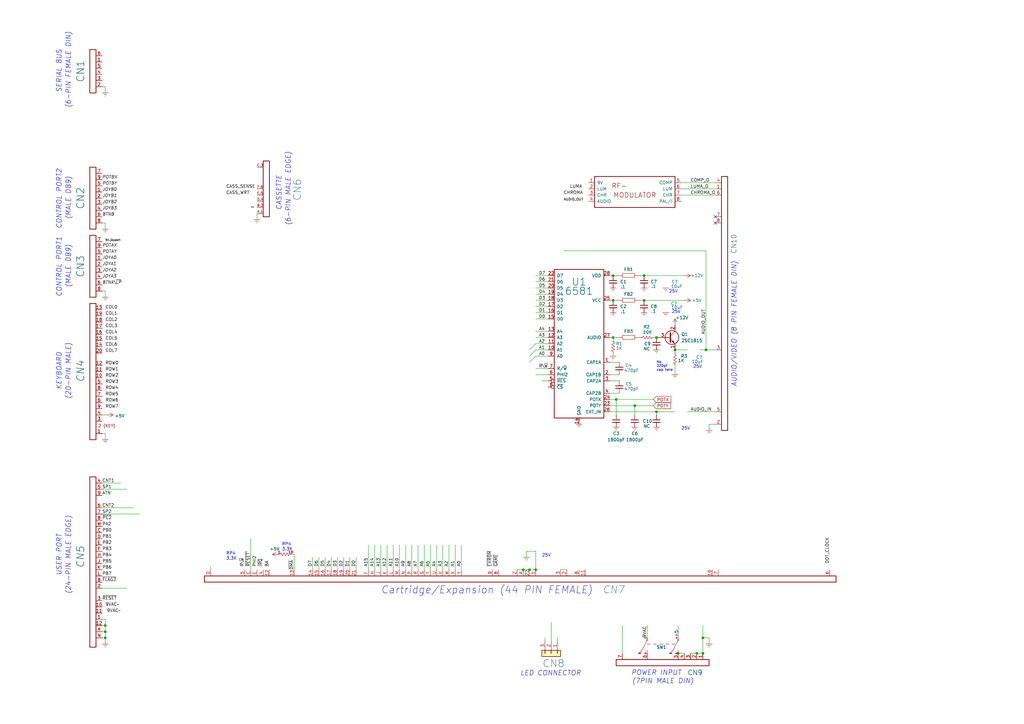
<source format=kicad_sch>
(kicad_sch (version 20211123) (generator eeschema)
  (paper "A3")
  (title_block (title "C64 Motherboard KU-14194HB") (date "2020-01-23") (rev "1.4") (company "Commodore 1982") (comment 1 "layout retraced and schematics drawn by bwack 2019"))
  (lib_symbols
    (symbol "Connector_Generic:Conn_01x03" (pin_names (offset 1.016) hide)
      (property "Reference" "J" (at 0 5.08 0))
      (property "Value" "Conn_01x03" (at 0 -5.08 0))
      (symbol "Conn_01x03_1_1"
        (rectangle (start -1.27 -2.413) (end 0 -2.667) (stroke (width 0.1524)))
        (rectangle (start -1.27 0.127) (end 0 -0.127) (stroke (width 0.1524)))
        (rectangle (start -1.27 2.667) (end 0 2.413) (stroke (width 0.1524)))
        (rectangle (start -1.27 3.81) (end 1.27 -3.81) (stroke (width 0.254)) (fill (type background)))
        (pin passive line (at -5.08 2.54 0) (length 3.81) (name "Pin_1") (number "1"))
        (pin passive line (at -5.08 0 0) (length 3.81) (name "Pin_2") (number "2"))
        (pin passive line (at -5.08 -2.54 0) (length 3.81) (name "Pin_3") (number "3"))
      )
    )
    (symbol "Device:C_Small" (pin_numbers hide) (pin_names (offset 0.254) hide)
      (property "Reference" "C" (at 0.254 1.778 0))
      (property "Value" "C_Small" (at 0.254 -2.032 0))
      (symbol "C_Small_0_1"
        (polyline (pts (xy -1.524 -0.508) (xy 1.524 -0.508)) (stroke (width 0.3302)))
        (polyline (pts (xy -1.524 0.508) (xy 1.524 0.508)) (stroke (width 0.3048)))
      )
      (symbol "C_Small_1_1"
        (pin passive line (at 0 2.54 270) (length 2.032) (name "~") (number "1"))
        (pin passive line (at 0 -2.54 90) (length 2.032) (name "~") (number "2"))
      )
    )
    (symbol "KU-14194HB-REV-B-KiCad-rescue:GND_SMALL-power-KU-14194HB-REV-B-KiCad-rescue-KU-14194HB-REV-B-KiCad-rescue" (power) (pin_names (offset 1.016))
      (symbol "GND_SMALL-power-KU-14194HB-REV-B-KiCad-rescue-KU-14194HB-REV-B-KiCad-rescue_1_1"
        (polyline (pts (xy -0.635 -0.635) (xy 0.635 -0.635)))
        (polyline (pts (xy -0.127 -1.27) (xy 0.127 -1.27)))
        (polyline (pts (xy 1.27 0) (xy -1.27 0)))
        (pin power_in line (at 0 0 270) (length 0) hide (name "Earth") (number "1"))
      )
    )
    (symbol "KU-schematics-library:AV_CONN" (pin_names (offset 1.016))
      (property "Reference" "CN" (at 1.27 -2.54 0))
      (symbol "AV_CONN_0_1"
        (rectangle (start 0 16.51) (end 2.54 -87.63) (stroke (width 0.3048)))
      )
      (symbol "AV_CONN_1_1"
        (pin output line (at -2.54 11.43 0) (length 2.54) (name "~") (number "1"))
        (pin output line (at -2.54 -85.09 0) (length 2.54) (name "~") (number "2"))
        (pin output line (at -2.54 -54.61 0) (length 2.54) (name "~") (number "3"))
        (pin output line (at -2.54 13.97 0) (length 2.54) (name "~") (number "4"))
        (pin output line (at -2.54 -80.01 0) (length 2.54) (name "~") (number "5"))
        (pin output line (at -2.54 8.89 0) (length 2.54) (name "~") (number "6"))
        (pin output line (at -2.54 0 0) (length 2.54) (name "~") (number "7"))
        (pin output line (at -2.54 -2.54 0) (length 2.54) (name "~") (number "8"))
      )
    )
    (symbol "KU-schematics-library:CASSETTE_PORT_CON" (pin_names (offset 1.016))
      (property "Reference" "CN" (at -3.81 -16.51 0))
      (symbol "CASSETTE_PORT_CON_1_1"
        (rectangle (start -5.08 7.62) (end -2.54 -15.24) (stroke (width 0.3048)))
        (pin input line (at -7.62 -13.97 0) (length 2.54) (name "~") (number "A,1"))
        (pin input line (at -7.62 -11.43 0) (length 2.54) (name "~") (number "B,2"))
        (pin input line (at -7.62 5.08 0) (length 2.54) (name "~") (number "C,3"))
        (pin input line (at -7.62 -8.89 0) (length 2.54) (name "~") (number "D,4"))
        (pin input line (at -7.62 -6.35 0) (length 2.54) (name "~") (number "E,5"))
        (pin input line (at -7.62 -3.81 0) (length 2.54) (name "~") (number "F,6"))
      )
    )
    (symbol "KU-schematics-library:CONTROL_PORT" (pin_names (offset 1.016))
      (property "Reference" "CN" (at -8.89 0 90))
      (symbol "CONTROL_PORT_0_1"
        (rectangle (start -5.08 12.7) (end -2.54 -12.7) (stroke (width 0.3048)))
      )
      (symbol "CONTROL_PORT_1_1"
        (pin input line (at 0 2.54 180) (length 2.54) (name "~") (number "1"))
        (pin input line (at 0 0 180) (length 2.54) (name "~") (number "2"))
        (pin input line (at 0 -2.54 180) (length 2.54) (name "~") (number "3"))
        (pin input line (at 0 -5.08 180) (length 2.54) (name "~") (number "4"))
        (pin input line (at 0 5.08 180) (length 2.54) (name "~") (number "5"))
        (pin input line (at 0 -7.62 180) (length 2.54) (name "~") (number "6"))
        (pin input line (at 0 10.16 180) (length 2.54) (name "~") (number "7"))
        (pin input line (at 0 -10.16 180) (length 2.54) (name "~") (number "8"))
        (pin input line (at 0 7.62 180) (length 2.54) (name "~") (number "9"))
      )
    )
    (symbol "KU-schematics-library:EXPANSION_PORT" (pin_names (offset 1.016))
      (property "Reference" "CN" (at 8.89 -2.54 0))
      (property "Value" "EXPANSION_PORT" (at 0 -2.54 0))
      (symbol "EXPANSION_PORT_0_1"
        (rectangle (start -55.88 2.54) (end 203.2 0) (stroke (width 0.3048)))
      )
      (symbol "EXPANSION_PORT_1_1"
        (pin input line (at 80.01 5.08 270) (length 2.54) (name "~") (number "1"))
        (pin input line (at 152.4 5.08 270) (length 2.54) (name "~") (number "10"))
        (pin input line (at 100.33 5.08 270) (length 2.54) (name "~") (number "11"))
        (pin input line (at -29.21 5.08 270) (length 2.54) (name "~") (number "12"))
        (pin input line (at -19.05 5.08 270) (length 2.54) (name "~") (number "13"))
        (pin input line (at -11.43 5.08 270) (length 2.54) (name "~") (number "14"))
        (pin input line (at -8.89 5.08 270) (length 2.54) (name "~") (number "15"))
        (pin input line (at -6.35 5.08 270) (length 2.54) (name "~") (number "16"))
        (pin input line (at -3.81 5.08 270) (length 2.54) (name "~") (number "17"))
        (pin input line (at -1.27 5.08 270) (length 2.54) (name "~") (number "18"))
        (pin input line (at 1.27 5.08 270) (length 2.54) (name "~") (number "19"))
        (pin input line (at 92.71 5.08 270) (length 2.54) (name "~") (number "2"))
        (pin input line (at 3.81 5.08 270) (length 2.54) (name "~") (number "20"))
        (pin input line (at 6.35 5.08 270) (length 2.54) (name "~") (number "21"))
        (pin input line (at 77.47 5.08 270) (length 2.54) (name "~") (number "22"))
        (pin input line (at 90.17 5.08 270) (length 2.54) (name "~") (number "3"))
        (pin input line (at -31.75 5.08 270) (length 2.54) (name "~") (number "4"))
        (pin input line (at -39.37 5.08 270) (length 2.54) (name "~") (number "5"))
        (pin input line (at 200.66 5.08 270) (length 2.54) (name "~") (number "6"))
        (pin input line (at 154.94 5.08 270) (length 2.54) (name "~") (number "7"))
        (pin input line (at 64.77 5.08 270) (length 2.54) (name "~") (number "8"))
        (pin input line (at 62.23 5.08 270) (length 2.54) (name "~") (number "9"))
        (pin input line (at 74.93 5.08 270) (length 2.54) (name "~") (number "A"))
        (pin input line (at 97.79 5.08 270) (length 2.54) (name "~") (number "B"))
        (pin input line (at -36.83 5.08 270) (length 2.54) (name "~") (number "C"))
        (pin input line (at -53.34 5.08 270) (length 2.54) (name "~") (number "D"))
        (pin input line (at -34.29 5.08 270) (length 2.54) (name "~") (number "E"))
        (pin input line (at 11.43 5.08 270) (length 2.54) (name "~") (number "F"))
        (pin input line (at 13.97 5.08 270) (length 2.54) (name "~") (number "H"))
        (pin input line (at 16.51 5.08 270) (length 2.54) (name "~") (number "J"))
        (pin input line (at 19.05 5.08 270) (length 2.54) (name "~") (number "K"))
        (pin input line (at 21.59 5.08 270) (length 2.54) (name "~") (number "L"))
        (pin input line (at 24.13 5.08 270) (length 2.54) (name "~") (number "M"))
        (pin input line (at 26.67 5.08 270) (length 2.54) (name "~") (number "N"))
        (pin input line (at 29.21 5.08 270) (length 2.54) (name "~") (number "P"))
        (pin input line (at 31.75 5.08 270) (length 2.54) (name "~") (number "R"))
        (pin input line (at 34.29 5.08 270) (length 2.54) (name "~") (number "S"))
        (pin input line (at 36.83 5.08 270) (length 2.54) (name "~") (number "T"))
        (pin input line (at 39.37 5.08 270) (length 2.54) (name "~") (number "U"))
        (pin input line (at 41.91 5.08 270) (length 2.54) (name "~") (number "V"))
        (pin input line (at 44.45 5.08 270) (length 2.54) (name "~") (number "W"))
        (pin input line (at 46.99 5.08 270) (length 2.54) (name "~") (number "X"))
        (pin input line (at 49.53 5.08 270) (length 2.54) (name "~") (number "Y"))
        (pin input line (at 72.39 5.08 270) (length 2.54) (name "~") (number "Z"))
      )
    )
    (symbol "KU-schematics-library:FERRITE_BEAD" (pin_names (offset 1.016))
      (property "Reference" "FB" (at -1.27 0 0))
      (symbol "FERRITE_BEAD_0_1"
        (rectangle (start -2.54 0.889) (end 2.54 -0.762))
        (polyline (pts (xy -2.54 0) (xy -5.08 0)))
        (polyline (pts (xy 2.54 0) (xy 5.08 0)))
      )
      (symbol "FERRITE_BEAD_1_1"
        (pin input line (at -5.08 0 0) (length 0) hide (name "~") (number "1"))
        (pin input line (at 5.08 0 180) (length 0) hide (name "~") (number "2"))
      )
    )
    (symbol "KU-schematics-library:KEYBOARD_20PIN_MALE" (pin_names (offset 1.016))
      (property "Reference" "CN" (at -8.89 26.67 90))
      (symbol "KEYBOARD_20PIN_MALE_0_0"
        (rectangle (start -5.08 53.34) (end -2.54 -2.54) (stroke (width 0.3048)))
        (text "2 (KEY)" (at 1.905 3.175 0) (effects (font (size 1.1938 1.1938))))
      )
      (symbol "KEYBOARD_20PIN_MALE_1_1"
        (pin input line (at 0 0 180) (length 2.54) (name "~") (number "1"))
        (pin input line (at 0 22.86 180) (length 2.54) (name "~") (number "10"))
        (pin input line (at 0 25.4 180) (length 2.54) (name "~") (number "11"))
        (pin input line (at 0 27.94 180) (length 2.54) (name "~") (number "12"))
        (pin input line (at 0 50.8 180) (length 2.54) (name "~") (number "13"))
        (pin input line (at 0 35.56 180) (length 2.54) (name "~") (number "14"))
        (pin input line (at 0 38.1 180) (length 2.54) (name "~") (number "15"))
        (pin input line (at 0 40.64 180) (length 2.54) (name "~") (number "16"))
        (pin input line (at 0 43.18 180) (length 2.54) (name "~") (number "17"))
        (pin input line (at 0 45.72 180) (length 2.54) (name "~") (number "18"))
        (pin input line (at 0 48.26 180) (length 2.54) (name "~") (number "19"))
        (pin input line (at 0 33.02 180) (length 2.54) (name "~") (number "20"))
        (pin input line (at 0 5.08 180) (length 2.54) (name "~") (number "3"))
        (pin input line (at 0 7.62 180) (length 2.54) (name "~") (number "4"))
        (pin input line (at 0 20.32 180) (length 2.54) (name "~") (number "5"))
        (pin input line (at 0 12.7 180) (length 2.54) (name "~") (number "6"))
        (pin input line (at 0 15.24 180) (length 2.54) (name "~") (number "7"))
        (pin input line (at 0 17.78 180) (length 2.54) (name "~") (number "8"))
        (pin input line (at 0 10.16 180) (length 2.54) (name "~") (number "9"))
      )
    )
    (symbol "KU-schematics-library:MODULATOR_LONGBOARD" (pin_names (offset 1.016))
      (symbol "MODULATOR_LONGBOARD_0_0"
        (text "MODULATOR" (at 5.08 -2.54 0) (effects (font (size 2.0066 2.0066))))
        (text "RF-" (at -1.27 1.27 0) (effects (font (size 2.0066 2.0066))))
      )
      (symbol "MODULATOR_LONGBOARD_0_1"
        (rectangle (start -11.43 5.08) (end 21.59 -7.62) (stroke (width 0.3048)))
      )
      (symbol "MODULATOR_LONGBOARD_1_1"
        (pin input line (at -13.97 2.54 0) (length 2.54) (name "9V") (number "1"))
        (pin input line (at -13.97 0 0) (length 2.54) (name "LUM") (number "2"))
        (pin input line (at -13.97 -2.54 0) (length 2.54) (name "CHR") (number "3"))
        (pin input line (at -13.97 -5.08 0) (length 2.54) (name "AUDIO") (number "4"))
        (pin input line (at 24.13 2.54 180) (length 2.54) (name "COMP") (number "5"))
        (pin input line (at 24.13 0 180) (length 2.54) (name "LUM") (number "6"))
        (pin input line (at 24.13 -2.54 180) (length 2.54) (name "CHR") (number "7"))
        (pin input line (at 24.13 -5.08 180) (length 2.54) (name "PAL/I") (number "8"))
      )
    )
    (symbol "KU-schematics-library:POWER_CON" (pin_names (offset 1.016))
      (property "Reference" "CN" (at -3.81 2.54 0))
      (symbol "POWER_CON_0_1"
        (rectangle (start -19.05 0) (end 19.05 -2.54) (stroke (width 0.3048)))
      )
      (symbol "POWER_CON_1_1"
        (pin input line (at 16.51 2.54 270) (length 2.54) (name "~") (number "1"))
        (pin input line (at 13.97 2.54 270) (length 2.54) (name "~") (number "2"))
        (pin input line (at 11.43 2.54 270) (length 2.54) (name "~") (number "3"))
        (pin input line (at 8.89 2.54 270) (length 2.54) (name "~") (number "4"))
        (pin input line (at 6.35 2.54 270) (length 2.54) (name "~") (number "5"))
        (pin input line (at -6.35 2.54 270) (length 2.54) (name "~") (number "6"))
        (pin input line (at -16.51 2.54 270) (length 2.54) (name "~") (number "7"))
      )
    )
    (symbol "KU-schematics-library:POWER_SWITCH" (pin_names (offset 1.016))
      (property "Reference" "SW" (at 3.81 3.81 0))
      (property "Value" "POWER_SWITCH" (at -1.27 -3.81 0))
      (symbol "POWER_SWITCH_0_1"
        (polyline (pts (xy -0.127 1.143) (xy -2.286 5.461)))
        (polyline (pts (xy 0 2.54) (xy 1.27 2.54)))
        (polyline (pts (xy 2.54 2.54) (xy 3.81 2.54)))
        (polyline (pts (xy 5.08 2.54) (xy 6.35 2.54)))
        (polyline (pts (xy 7.62 2.54) (xy 8.89 2.54)))
        (polyline (pts (xy 10.16 2.54) (xy 11.43 2.54)))
        (polyline (pts (xy 12.573 1.143) (xy 10.414 5.461)))
        (polyline (pts (xy 12.7 0) (xy 12.7 0.635)))
        (polyline (pts (xy 12.7 5.08) (xy 12.7 5.08)) (stroke (width 0.635)))
        (polyline (pts (xy 12.7 6.35) (xy 12.7 5.08)))
        (polyline (pts (xy 0 0) (xy 0 0.635) (xy 0 0.508)))
        (circle (center 0 0.889) (radius 0.254))
        (circle (center 12.7 0.889) (radius 0.254))
      )
      (symbol "POWER_SWITCH_1_1"
        (polyline (pts (xy -2.54 5.08) (xy -2.54 5.08)) (stroke (width 0.635)))
        (polyline (pts (xy -2.54 6.35) (xy -2.54 5.08)))
        (polyline (pts (xy 0 5.08) (xy 0 5.08)) (stroke (width 0.635)))
        (polyline (pts (xy 0 6.35) (xy 0 5.08)))
        (polyline (pts (xy 10.16 5.08) (xy 10.16 5.08)) (stroke (width 0.635)))
        (polyline (pts (xy 10.16 6.35) (xy 10.16 5.08)))
        (pin input line (at 0 0 270) (length 0) (name "~") (number "1"))
        (pin input line (at 0 6.35 270) (length 0) (name "~") (number "2"))
        (pin input line (at -2.54 6.35 270) (length 0) (name "~") (number "3"))
        (pin input line (at 12.7 0 270) (length 0) (name "~") (number "4"))
        (pin input line (at 12.7 6.35 270) (length 0) (name "~") (number "5"))
        (pin input line (at 10.16 6.35 270) (length 0) (name "~") (number "6"))
      )
    )
    (symbol "KU-schematics-library:R_ARRAY_9WAY_US" (pin_names (offset 1.016))
      (property "Reference" "RP" (at 1.905 1.27 0))
      (symbol "R_ARRAY_9WAY_US_0_1"
        (polyline (pts (xy 0 2.54) (xy 0 2.0574)))
        (polyline (pts (xy 0 2.032) (xy 0.635 1.651) (xy -0.635 1.016) (xy 0.635 0.381) (xy -0.635 -0.254) (xy 0.635 -0.889) (xy -0.635 -1.524) (xy 0 -1.905) (xy 0 -2.54)))
        (pin passive line (at 0 2.54 270) (length 0.381) (name "~") (number "1"))
      )
      (symbol "R_ARRAY_9WAY_US_1_1"
        (polyline (pts (xy 0 2.032) (xy 0 2.54)))
        (pin passive line (at 0 -2.54 90) (length 0.3048) (name "~") (number "2"))
      )
      (symbol "R_ARRAY_9WAY_US_2_1"
        (pin passive line (at 0 -2.54 90) (length 0.3048) (name "~") (number "3"))
      )
      (symbol "R_ARRAY_9WAY_US_3_1"
        (pin passive line (at 0 -2.54 90) (length 0.3048) (name "~") (number "4"))
      )
      (symbol "R_ARRAY_9WAY_US_4_1"
        (pin passive line (at 0 -2.54 90) (length 0.3048) (name "~") (number "5"))
      )
      (symbol "R_ARRAY_9WAY_US_5_1"
        (pin passive line (at 0 -2.54 90) (length 0.3048) (name "~") (number "6"))
      )
      (symbol "R_ARRAY_9WAY_US_6_1"
        (pin passive line (at 0 -2.54 90) (length 0.3048) (name "~") (number "7"))
      )
      (symbol "R_ARRAY_9WAY_US_7_1"
        (pin passive line (at 0 -2.54 90) (length 0.3048) (name "~") (number "8"))
      )
      (symbol "R_ARRAY_9WAY_US_8_1"
        (pin passive line (at 0 -2.54 90) (length 0.3048) (name "~") (number "9"))
      )
      (symbol "R_ARRAY_9WAY_US_9_1"
        (pin passive line (at 0 -2.54 90) (length 0.3048) (name "~") (number "10"))
      )
    )
    (symbol "KU-schematics-library:R_US_CUSTOM" (pin_names (offset 1.016))
      (property "Reference" "R" (at -2.54 1.27 0))
      (property "Value" "R_US_CUSTOM" (at 3.81 -7.62 0))
      (symbol "R_US_CUSTOM_0_1"
        (polyline (pts (xy 0 -2.54) (xy 0 -2.159)))
      )
      (symbol "R_US_CUSTOM_1_1"
        (polyline (pts (xy 0 2.032) (xy 0 2.54)))
        (polyline (pts (xy 0 2.032) (xy 0.635 1.651) (xy -0.635 1.016) (xy 0.635 0.381) (xy -0.635 -0.254) (xy 0.635 -0.889) (xy -0.635 -1.524) (xy 0 -1.905) (xy 0 -2.54)))
        (pin passive line (at 0 2.54 270) (length 0) hide (name "~") (number "1"))
        (pin passive line (at 0 -2.54 90) (length 0) hide (name "~") (number "2"))
      )
    )
    (symbol "KU-schematics-library:SERIAL_BUS_CON" (pin_names (offset 1.016))
      (property "Reference" "CN" (at -8.89 1.27 90))
      (symbol "SERIAL_BUS_CON_0_1"
        (rectangle (start -5.08 10.16) (end -2.54 -7.62) (stroke (width 0.3048)))
      )
      (symbol "SERIAL_BUS_CON_1_1"
        (pin input line (at 0 5.08 180) (length 2.54) (name "~") (number "1"))
        (pin input line (at 0 -5.08 180) (length 2.54) (name "~") (number "2"))
        (pin input line (at 0 -2.54 180) (length 2.54) (name "~") (number "3"))
        (pin input line (at 0 0 180) (length 2.54) (name "~") (number "4"))
        (pin input line (at 0 2.54 180) (length 2.54) (name "~") (number "5"))
        (pin input line (at 0 7.62 180) (length 2.54) (name "~") (number "6"))
      )
    )
    (symbol "KU-schematics-library:SID" (pin_names (offset 1.016))
      (property "Reference" "U" (at -2.54 0 0))
      (property "Value" "SID" (at -2.54 -2.54 0))
      (symbol "SID_0_1"
        (rectangle (start -10.16 27.94) (end 10.16 -33.02) (stroke (width 0.3048)))
      )
      (symbol "SID_1_1"
        (pin passive line (at 12.7 -10.16 180) (length 2.54) (name "CAP1A") (number "1"))
        (pin input line (at -12.7 -5.08 0) (length 2.54) (name "A1") (number "10"))
        (pin input line (at -12.7 -2.54 0) (length 2.54) (name "A2") (number "11"))
        (pin input line (at -12.7 0 0) (length 2.54) (name "A3") (number "12"))
        (pin input line (at -12.7 2.54 0) (length 2.54) (name "A4") (number "13"))
        (pin power_in line (at 0 -35.56 90) (length 2.54) (name "GND") (number "14"))
        (pin bidirectional line (at -12.7 7.62 0) (length 2.54) (name "D0") (number "15"))
        (pin bidirectional line (at -12.7 10.16 0) (length 2.54) (name "D1") (number "16"))
        (pin bidirectional line (at -12.7 12.7 0) (length 2.54) (name "D2") (number "17"))
        (pin bidirectional line (at -12.7 15.24 0) (length 2.54) (name "D3") (number "18"))
        (pin bidirectional line (at -12.7 17.78 0) (length 2.54) (name "D4") (number "19"))
        (pin passive line (at 12.7 -15.24 180) (length 2.54) (name "CAP1B") (number "2"))
        (pin bidirectional line (at -12.7 20.32 0) (length 2.54) (name "D5") (number "20"))
        (pin bidirectional line (at -12.7 22.86 0) (length 2.54) (name "D6") (number "21"))
        (pin bidirectional line (at -12.7 25.4 0) (length 2.54) (name "D7") (number "22"))
        (pin input line (at 12.7 -27.94 180) (length 2.54) (name "POTY") (number "23"))
        (pin input line (at 12.7 -25.4 180) (length 2.54) (name "POTX") (number "24"))
        (pin power_in line (at 12.7 15.24 180) (length 2.54) (name "VCC") (number "25"))
        (pin input line (at 12.7 -30.48 180) (length 2.54) (name "EXT_IN") (number "26"))
        (pin power_in line (at 12.7 0 180) (length 2.54) (name "AUDIO") (number "27"))
        (pin power_in line (at 12.7 25.4 180) (length 2.54) (name "VDD") (number "28"))
        (pin passive line (at 12.7 -17.78 180) (length 2.54) (name "CAP2A") (number "3"))
        (pin passive line (at 12.7 -22.86 180) (length 2.54) (name "CAP2B") (number "4"))
        (pin input inverted (at -12.7 -17.78 0) (length 2.54) (name "~{RES}") (number "5"))
        (pin input line (at -12.7 -15.24 0) (length 2.54) (name "PHI2") (number "6"))
        (pin input line (at -12.7 -12.7 0) (length 2.54) (name "R/~{W}") (number "7"))
        (pin input inverted (at -12.7 -20.32 0) (length 2.54) (name "~{CS}") (number "8"))
        (pin input line (at -12.7 -7.62 0) (length 2.54) (name "A0") (number "9"))
      )
    )
    (symbol "KU-schematics-library:USER_PORT_CON" (pin_names (offset 1.016))
      (property "Reference" "CN" (at -7.62 0 90))
      (symbol "USER_PORT_CON_0_1"
        (rectangle (start -5.08 33.02) (end -2.54 -36.83) (stroke (width 0.3048)))
      )
      (symbol "USER_PORT_CON_1_1"
        (pin input line (at 0 -25.4 180) (length 2.54) (name "~") (number "1"))
        (pin input line (at 0 -20.32 180) (length 2.54) (name "~") (number "10"))
        (pin input line (at 0 -22.86 180) (length 2.54) (name "~") (number "11"))
        (pin input line (at 0 -27.94 180) (length 2.54) (name "~") (number "12"))
        (pin input line (at 0 -12.7 180) (length 2.54) (name "~") (number "2"))
        (pin input line (at 0 -17.78 180) (length 2.54) (name "~") (number "3"))
        (pin input line (at 0 30.48 180) (length 2.54) (name "~") (number "4"))
        (pin input line (at 0 27.94 180) (length 2.54) (name "~") (number "5"))
        (pin input line (at 0 20.32 180) (length 2.54) (name "~") (number "6"))
        (pin input line (at 0 17.78 180) (length 2.54) (name "~") (number "7"))
        (pin input line (at 0 15.24 180) (length 2.54) (name "~") (number "8"))
        (pin input line (at 0 25.4 180) (length 2.54) (name "~") (number "9"))
        (pin input line (at 0 -30.48 180) (length 2.54) (name "~") (number "A"))
        (pin input line (at 0 -10.16 180) (length 2.54) (name "~") (number "B"))
        (pin input line (at 0 10.16 180) (length 2.54) (name "~") (number "C"))
        (pin input line (at 0 7.62 180) (length 2.54) (name "~") (number "D"))
        (pin input line (at 0 5.08 180) (length 2.54) (name "~") (number "E"))
        (pin input line (at 0 2.54 180) (length 2.54) (name "~") (number "F"))
        (pin input line (at 0 0 180) (length 2.54) (name "~") (number "H"))
        (pin input line (at 0 -2.54 180) (length 2.54) (name "~") (number "J"))
        (pin input line (at 0 -5.08 180) (length 2.54) (name "~") (number "K"))
        (pin input line (at 0 -7.62 180) (length 2.54) (name "~") (number "L"))
        (pin input line (at 0 12.7 180) (length 2.54) (name "~") (number "M"))
        (pin input line (at 0 -33.02 180) (length 2.54) (name "~") (number "N"))
      )
    )
    (symbol "Transistor_BJT:2SC1815" (pin_names (offset 0) hide)
      (property "Reference" "Q" (at 5.08 1.905 0))
      (property "Value" "2SC1815" (at 5.08 0 0))
      (symbol "2SC1815_0_1"
        (polyline (pts (xy 0 0) (xy 0.508 0)))
        (polyline (pts (xy 0.635 0.635) (xy 2.54 2.54)))
        (polyline (pts (xy 0.635 -0.635) (xy 2.54 -2.54) (xy 2.54 -2.54)))
        (polyline (pts (xy 0.635 1.905) (xy 0.635 -1.905) (xy 0.635 -1.905)) (stroke (width 0.508)))
        (polyline (pts (xy 1.27 -1.778) (xy 1.778 -1.27) (xy 2.286 -2.286) (xy 1.27 -1.778) (xy 1.27 -1.778)) (fill (type outline)))
        (circle (center 1.27 0) (radius 2.8194) (stroke (width 0.254)))
      )
      (symbol "2SC1815_1_1"
        (pin passive line (at 2.54 -5.08 90) (length 2.54) (name "E") (number "1"))
        (pin passive line (at 2.54 5.08 270) (length 2.54) (name "C") (number "2"))
        (pin input line (at -5.08 0 0) (length 5.08) (name "B") (number "3"))
      )
    )
    (symbol "power:+12V" (power) (pin_names (offset 0))
      (property "Value" "+12V" (at 0 3.556 0))
      (symbol "+12V_0_1"
        (polyline (pts (xy -0.762 1.27) (xy 0 2.54)))
        (polyline (pts (xy 0 0) (xy 0 2.54)))
        (polyline (pts (xy 0 2.54) (xy 0.762 1.27)))
      )
      (symbol "+12V_1_1"
        (pin power_in line (at 0 0 90) (length 0) hide (name "+12V") (number "1"))
      )
    )
    (symbol "power:+5V" (power) (pin_names (offset 0))
      (property "Value" "+5V" (at 0 3.556 0))
      (symbol "+5V_0_1"
        (polyline (pts (xy -0.762 1.27) (xy 0 2.54)))
        (polyline (pts (xy 0 0) (xy 0 2.54)))
        (polyline (pts (xy 0 2.54) (xy 0.762 1.27)))
      )
      (symbol "+5V_1_1"
        (pin power_in line (at 0 0 90) (length 0) hide (name "+5V") (number "1"))
      )
    )
  )
  (junction (at 217.17 233.68))
  (junction (at 251.46 123.19))
  (junction (at 251.46 113.03))
  (junction (at 260.35 166.37))
  (junction (at 288.29 267.97))
  (junction (at 285.75 267.97))
  (junction (at 43.18 256.54))
  (junction (at 289.56 143.51))
  (junction (at 269.24 138.43))
  (junction (at 264.16 113.03))
  (junction (at 43.18 259.08))
  (junction (at 214.63 233.68))
  (junction (at 252.73 163.83))
  (junction (at 219.71 233.68))
  (junction (at 288.29 261.62))
  (junction (at 251.46 138.43))
  (junction (at 43.18 261.62))
  (junction (at 276.86 143.51))
  (junction (at 269.24 168.91))
  (junction (at 278.13 267.97))
  (junction (at 264.16 123.19))
  (no_connect (at 293.37 91.44))
  (no_connect (at 293.37 88.9))
  (bus_entry (at 217.17 148.59) (size 2.54 -2.54))
  (bus_entry (at 217.17 143.51) (size 2.54 -2.54))
  (bus_entry (at 217.17 146.05) (size 2.54 -2.54))
  (wire (pts (xy 184.15 223.52) (xy 184.15 233.68)))
  (wire (pts (xy 269.24 170.18) (xy 269.24 168.91)))
  (wire (pts (xy 290.83 261.62) (xy 290.83 264.16)))
  (wire (pts (xy 128.27 233.68) (xy 128.27 228.6)))
  (wire (pts (xy 43.18 91.44) (xy 43.18 93.98)))
  (wire (pts (xy 223.52 261.62) (xy 223.52 262.89)))
  (wire (pts (xy 43.18 256.54) (xy 43.18 254)))
  (wire (pts (xy 250.19 113.03) (xy 251.46 113.03)))
  (wire (pts (xy 293.37 173.99) (xy 290.83 173.99)))
  (wire (pts (xy 254 156.21) (xy 250.19 156.21)))
  (wire (pts (xy 41.91 259.08) (xy 43.18 259.08)))
  (wire (pts (xy 41.91 35.56) (xy 43.18 35.56)))
  (wire (pts (xy 41.91 200.66) (xy 52.07 200.66)))
  (wire (pts (xy 43.18 261.62) (xy 43.18 259.08)))
  (wire (pts (xy 250.19 163.83) (xy 252.73 163.83)))
  (wire (pts (xy 264.16 123.19) (xy 262.89 123.19)))
  (wire (pts (xy 43.18 254) (xy 41.91 254)))
  (wire (pts (xy 276.86 168.91) (xy 269.24 168.91)))
  (wire (pts (xy 281.94 168.91) (xy 293.37 168.91)))
  (wire (pts (xy 280.67 267.97) (xy 278.13 267.97)))
  (wire (pts (xy 120.65 227.33) (xy 119.38 227.33)))
  (wire (pts (xy 260.35 166.37) (xy 267.97 166.37)))
  (wire (pts (xy 143.51 228.6) (xy 143.51 233.68)))
  (wire (pts (xy 219.71 120.65) (xy 224.79 120.65)))
  (wire (pts (xy 105.41 87.63) (xy 105.41 90.17)))
  (wire (pts (xy 219.71 146.05) (xy 224.79 146.05)))
  (wire (pts (xy 158.75 233.68) (xy 158.75 223.52)))
  (wire (pts (xy 219.71 128.27) (xy 224.79 128.27)))
  (wire (pts (xy 260.35 170.18) (xy 260.35 166.37)))
  (wire (pts (xy 140.97 233.68) (xy 140.97 228.6)))
  (wire (pts (xy 293.37 74.93) (xy 279.4 74.93)))
  (wire (pts (xy 219.71 153.67) (xy 224.79 153.67)))
  (wire (pts (xy 254 153.67) (xy 250.19 153.67)))
  (wire (pts (xy 250.19 166.37) (xy 260.35 166.37)))
  (wire (pts (xy 86.36 233.68) (xy 86.36 232.41)))
  (wire (pts (xy 219.71 143.51) (xy 224.79 143.51)))
  (wire (pts (xy 212.09 233.68) (xy 214.63 233.68)))
  (wire (pts (xy 43.18 259.08) (xy 43.18 256.54)))
  (wire (pts (xy 228.6 262.89) (xy 228.6 261.62)))
  (wire (pts (xy 251.46 113.03) (xy 252.73 113.03)))
  (wire (pts (xy 41.91 119.38) (xy 43.18 119.38)))
  (wire (pts (xy 279.4 77.47) (xy 293.37 77.47)))
  (wire (pts (xy 214.63 233.68) (xy 217.17 233.68)))
  (wire (pts (xy 146.05 233.68) (xy 146.05 228.6)))
  (wire (pts (xy 41.91 177.8) (xy 43.18 177.8)))
  (wire (pts (xy 224.79 151.13) (xy 219.71 151.13)))
  (wire (pts (xy 276.86 149.86) (xy 276.86 153.67)))
  (wire (pts (xy 43.18 261.62) (xy 43.18 264.16)))
  (wire (pts (xy 41.91 208.28) (xy 54.61 208.28)))
  (wire (pts (xy 219.71 233.68) (xy 219.71 226.06)))
  (wire (pts (xy 179.07 233.68) (xy 179.07 223.52)))
  (wire (pts (xy 168.91 233.68) (xy 168.91 223.52)))
  (wire (pts (xy 163.83 223.52) (xy 163.83 233.68)))
  (wire (pts (xy 156.21 223.52) (xy 156.21 233.68)))
  (wire (pts (xy 283.21 267.97) (xy 285.75 267.97)))
  (wire (pts (xy 281.94 143.51) (xy 276.86 143.51)))
  (wire (pts (xy 41.91 91.44) (xy 43.18 91.44)))
  (wire (pts (xy 269.24 138.43) (xy 267.97 138.43)))
  (wire (pts (xy 255.27 267.97) (xy 255.27 256.54)))
  (wire (pts (xy 219.71 226.06) (xy 215.9 226.06)))
  (wire (pts (xy 251.46 144.78) (xy 251.46 146.05)))
  (wire (pts (xy 269.24 168.91) (xy 250.19 168.91)))
  (wire (pts (xy 176.53 223.52) (xy 176.53 233.68)))
  (wire (pts (xy 250.19 123.19) (xy 251.46 123.19)))
  (wire (pts (xy 290.83 173.99) (xy 290.83 176.53)))
  (wire (pts (xy 151.13 223.52) (xy 151.13 233.68)))
  (wire (pts (xy 41.91 210.82) (xy 57.15 210.82)))
  (wire (pts (xy 41.91 256.54) (xy 43.18 256.54)))
  (wire (pts (xy 290.83 261.62) (xy 288.29 261.62)))
  (wire (pts (xy 219.71 138.43) (xy 224.79 138.43)))
  (wire (pts (xy 251.46 138.43) (xy 252.73 138.43)))
  (wire (pts (xy 288.29 261.62) (xy 288.29 256.54)))
  (wire (pts (xy 288.29 267.97) (xy 288.29 261.62)))
  (wire (pts (xy 252.73 163.83) (xy 267.97 163.83)))
  (wire (pts (xy 251.46 139.7) (xy 251.46 138.43)))
  (wire (pts (xy 43.815 170.18) (xy 41.91 170.18)))
  (wire (pts (xy 278.13 261.62) (xy 278.13 256.54)))
  (wire (pts (xy 171.45 223.52) (xy 171.45 233.68)))
  (wire (pts (xy 289.56 143.51) (xy 289.56 102.87)))
  (wire (pts (xy 285.75 267.97) (xy 288.29 267.97)))
  (wire (pts (xy 219.71 125.73) (xy 224.79 125.73)))
  (wire (pts (xy 287.02 143.51) (xy 289.56 143.51)))
  (wire (pts (xy 224.79 113.03) (xy 219.71 113.03)))
  (wire (pts (xy 41.91 261.62) (xy 43.18 261.62)))
  (wire (pts (xy 251.46 123.19) (xy 252.73 123.19)))
  (wire (pts (xy 250.19 138.43) (xy 251.46 138.43)))
  (wire (pts (xy 219.71 123.19) (xy 224.79 123.19)))
  (wire (pts (xy 173.99 223.52) (xy 173.99 233.68)))
  (wire (pts (xy 252.73 170.18) (xy 252.73 163.83)))
  (wire (pts (xy 41.91 241.3) (xy 52.07 241.3)))
  (wire (pts (xy 264.16 123.19) (xy 280.67 123.19)))
  (wire (pts (xy 276.86 144.78) (xy 276.86 143.51)))
  (wire (pts (xy 153.67 223.52) (xy 153.67 233.68)))
  (wire (pts (xy 264.16 113.03) (xy 280.67 113.03)))
  (wire (pts (xy 161.29 223.52) (xy 161.29 233.68)))
  (wire (pts (xy 43.18 119.38) (xy 43.18 121.92)))
  (wire (pts (xy 224.79 135.89) (xy 219.71 135.89)))
  (wire (pts (xy 289.56 143.51) (xy 293.37 143.51)))
  (wire (pts (xy 181.61 223.52) (xy 181.61 233.68)))
  (wire (pts (xy 222.25 156.21) (xy 224.79 156.21)))
  (wire (pts (xy 219.71 140.97) (xy 224.79 140.97)))
  (wire (pts (xy 289.56 102.87) (xy 231.14 102.87)))
  (wire (pts (xy 250.19 148.59) (xy 254 148.59)))
  (wire (pts (xy 166.37 223.52) (xy 166.37 233.68)))
  (wire (pts (xy 138.43 228.6) (xy 138.43 233.68)))
  (wire (pts (xy 189.23 233.68) (xy 189.23 223.52)))
  (wire (pts (xy 41.91 198.12) (xy 49.53 198.12)))
  (wire (pts (xy 135.89 233.68) (xy 135.89 228.6)))
  (wire (pts (xy 279.4 80.01) (xy 293.37 80.01)))
  (wire (pts (xy 130.81 233.68) (xy 130.81 228.6)))
  (wire (pts (xy 102.87 220.98) (xy 102.87 233.68)))
  (wire (pts (xy 226.06 255.27) (xy 226.06 262.89)))
  (wire (pts (xy 265.43 261.62) (xy 265.43 256.54)))
  (wire (pts (xy 43.18 35.56) (xy 43.18 38.1)))
  (wire (pts (xy 215.9 226.06) (xy 215.9 228.6)))
  (wire (pts (xy 43.18 177.8) (xy 43.18 180.34)))
  (wire (pts (xy 133.35 233.68) (xy 133.35 228.6)))
  (wire (pts (xy 229.87 233.68) (xy 232.41 233.68)))
  (wire (pts (xy 120.65 227.33) (xy 120.65 233.68)))
  (wire (pts (xy 250.19 161.29) (xy 254 161.29)))
  (wire (pts (xy 219.71 118.11) (xy 224.79 118.11)))
  (wire (pts (xy 219.71 115.57) (xy 224.79 115.57)))
  (wire (pts (xy 186.69 223.52) (xy 186.69 233.68)))
  (wire (pts (xy 217.17 233.68) (xy 219.71 233.68)))
  (wire (pts (xy 264.16 113.03) (xy 262.89 113.03)))
  (wire (pts (xy 219.71 130.81) (xy 224.79 130.81)))
  (text "(MALE DB9)" (at 29.21 90.17 90) (effects (font (size 2.0066 2.0066) italic) (justify left bottom)))
  (text "25V" (at 284.2768 151.1808 0) (effects (font (size 1.27 1.27)) (justify left bottom)))
  (text "(6-PIN MALE EDGE)" (at 119.38 92.71 90) (effects (font (size 2.0066 2.0066) italic) (justify left bottom)))
  (text "(MALE DB9)" (at 29.21 118.11 90) (effects (font (size 2.0066 2.0066) italic) (justify left bottom)))
  (text "Cartridge/Expansion (44 PIN FEMALE)" (at 156.21 243.84 0) (effects (font (size 2.9972 2.9972) italic) (justify left bottom)))
  (text "RP4\n3.3K" (at 92.71 229.87 0) (effects (font (size 1.27 1.27)) (justify left bottom)))
  (text "25V" (at 275.4376 128.7018 0) (effects (font (size 1.27 1.27)) (justify left bottom)))
  (text "+5" (at 278.13 261.62 90) (effects (font (size 1.27 1.27)) (justify left bottom)))
  (text "25V" (at 279.4 176.53 0) (effects (font (size 1.27 1.27)) (justify left bottom)))
  (text "KEYBOARD" (at 25.4 160.02 90) (effects (font (size 2.0066 2.0066) italic) (justify left bottom)))
  (text "(6-PIN FEMALE DIN)" (at 29.21 44.45 90) (effects (font (size 2.0066 2.0066) italic) (justify left bottom)))
  (text "RP4\n3.3K" (at 115.57 226.06 0) (effects (font (size 1.27 1.27)) (justify left bottom)))
  (text "(7PIN MALE DIN)" (at 284.607 280.6192 180) (effects (font (size 2.0066 2.0066) italic) (justify right bottom)))
  (text "POWER INPUT" (at 279.5524 277.1902 180) (effects (font (size 2.0066 2.0066) italic) (justify right bottom)))
  (text "AUDIO/VIDEO (8 PIN FEMALE DIN)" (at 302.26 158.75 90) (effects (font (size 2.0066 2.0066) italic) (justify left bottom)))
  (text "25V" (at 222.25 228.6 0) (effects (font (size 1.27 1.27)) (justify left bottom)))
  (text "CONTROL PORT1" (at 25.4 121.92 90) (effects (font (size 2.0066 2.0066) italic) (justify left bottom)))
  (text "CASSETTE" (at 115.57 86.36 90) (effects (font (size 2.0066 2.0066) italic) (justify left bottom)))
  (text "25V" (at 274.32 120.3452 0) (effects (font (size 1.27 1.27)) (justify left bottom)))
  (text "No\n220pF\ncap here" (at 269.24 152.4 0) (effects (font (size 0.9906 0.9906)) (justify left bottom)))
  (text "CONTROL PORT2" (at 25.4 93.98 90) (effects (font (size 2.0066 2.0066) italic) (justify left bottom)))
  (text "LED CONNECTOR" (at 238.3028 277.368 180) (effects (font (size 2.0066 2.0066) italic) (justify right bottom)))
  (text "(20-PIN MALE)" (at 29.21 163.83 90) (effects (font (size 2.0066 2.0066) italic) (justify left bottom)))
  (text "SERIAL BUS" (at 25.4 38.1 90) (effects (font (size 2.0066 2.0066) italic) (justify left bottom)))
  (text "(24-PIN MALE EDGE)" (at 29.21 243.84 90) (effects (font (size 2.0066 2.0066) italic) (justify left bottom)))
  (text "USER PORT" (at 25.4 236.22 90) (effects (font (size 2.0066 2.0066) italic) (justify left bottom)))
  (label "COL3" (at 43.18 134.62 0))
  (label "ROW7" (at 43.18 167.64 0))
  (label "~{DMA}" (at 120.65 233.68 90))
  (label "A7" (at 171.45 232.41 90))
  (label "COMP_O" (at 283.21 74.93 0))
  (label "POTBY" (at 41.91 76.2 0) (effects (font italic)))
  (label "A6" (at 173.99 232.41 90))
  (label "A5" (at 176.53 232.41 90))
  (label "A0" (at 189.23 232.41 90))
  (label "POTBX" (at 41.91 73.66 0) (effects (font italic)))
  (label "PB5" (at 41.91 231.14 0))
  (label "JOYA0" (at 41.91 106.68 0) (effects (font italic)))
  (label "COL1" (at 43.18 129.54 0))
  (label "D4" (at 220.98 120.65 0))
  (label "~{EXROM}" (at 201.93 232.41 90))
  (label "A9" (at 166.37 232.41 90))
  (label "PHI2" (at 105.41 232.41 90))
  (label "COL6" (at 43.18 142.24 0))
  (label "D1" (at 220.98 128.27 0))
  (label "PB3" (at 41.91 226.06 0))
  (label "D6" (at 220.98 115.57 0))
  (label "5V_joyport" (at 43.18 99.06 0) (effects (font (size 0.7874 0.7874))))
  (label "ROW3" (at 43.18 157.48 0))
  (label "D0" (at 146.05 232.41 90))
  (label "A3" (at 181.61 232.41 90))
  (label "COL7" (at 43.18 144.78 0))
  (label "~{PC2}" (at 41.91 213.36 0))
  (label "A4" (at 179.07 232.41 90))
  (label "A11" (at 161.29 232.41 90))
  (label "D2" (at 140.97 232.41 90))
  (label "PB2" (at 41.91 223.52 0))
  (label "CNT2" (at 41.91 208.28 0))
  (label "D7" (at 128.27 232.41 90))
  (label "~{RESET}" (at 41.91 246.38 0))
  (label "PB7" (at 41.91 236.22 0))
  (label "PB0" (at 41.91 218.44 0))
  (label "A14" (at 153.67 232.41 90))
  (label "ROW5" (at 43.18 162.56 0))
  (label "A2" (at 184.15 232.41 90))
  (label "D1" (at 143.51 232.41 90))
  (label "ROW4" (at 43.18 160.02 0))
  (label "9VAC~" (at 43.18 248.92 0))
  (label "CNT1" (at 41.91 198.12 0))
  (label "COL5" (at 43.18 139.7 0))
  (label "JOYA2" (at 41.91 111.76 0) (effects (font italic)))
  (label "LUMA_O" (at 283.21 77.47 0))
  (label "JOYA3" (at 41.91 114.3 0) (effects (font italic)))
  (label "D7" (at 220.98 113.03 0))
  (label "A4" (at 220.98 135.89 0))
  (label "A0" (at 220.98 146.05 0))
  (label "SP1" (at 41.91 200.66 0))
  (label "DOT_CLOCK" (at 340.36 231.14 90))
  (label "D3" (at 220.98 123.19 0))
  (label "A10" (at 163.83 232.41 90))
  (label "D0" (at 220.98 130.81 0))
  (label "CASS_SENSE" (at 92.71 77.47 0))
  (label "R\\~{W}" (at 220.98 151.13 0))
  (label "9VAC" (at 265.43 261.62 90))
  (label "PB1" (at 41.91 220.98 0))
  (label "~{FLAG2}" (at 41.91 238.76 0))
  (label "CHROMA" (at 231.14 80.01 0))
  (label "JOYB1" (at 41.91 81.28 0) (effects (font italic)))
  (label "BTNB" (at 41.91 88.9 0) (effects (font italic)))
  (label "PB6" (at 41.91 233.68 0))
  (label "POTAX" (at 41.91 101.6 0) (effects (font italic)))
  (label "CASS_WRT'" (at 92.71 80.01 0))
  (label "LUMA" (at 233.68 77.47 0))
  (label "A1" (at 220.98 143.51 0))
  (label "D3" (at 138.43 232.41 90))
  (label "A13" (at 156.21 232.41 90))
  (label "ROW2" (at 43.18 154.94 0))
  (label "R\\~{W}" (at 100.33 232.41 90))
  (label "~{GAME}" (at 204.47 232.41 90))
  (label "COL2" (at 43.18 132.08 0))
  (label "PB4" (at 41.91 228.6 0))
  (label "JOYB0" (at 41.91 78.74 0) (effects (font italic)))
  (label "COL0" (at 43.18 127 0))
  (label "A1" (at 186.69 232.41 90))
  (label "PA2" (at 41.91 215.9 0))
  (label "A2" (at 220.98 140.97 0))
  (label "A3" (at 220.98 138.43 0))
  (label "~{RESET'}" (at 102.87 232.41 90))
  (label "A15" (at 151.13 232.41 90))
  (label "D2" (at 220.98 125.73 0))
  (label "'9VAC~" (at 43.18 251.46 0))
  (label "JOYB2" (at 41.91 83.82 0) (effects (font italic)))
  (label "D5" (at 133.35 232.41 90))
  (label "ROW1" (at 43.18 152.4 0))
  (label "AUDIO_OUT" (at 231.14 82.55 0) (effects (font (size 0.9906 0.9906))))
  (label "BA" (at 110.49 232.41 90))
  (label "SP2" (at 41.91 210.82 0))
  (label "D5" (at 220.98 118.11 0))
  (label "5V_FB3" (at 102.87 85.09 0) (effects (font (size 0.2032 0.2032))))
  (label "A8" (at 168.91 232.41 90))
  (label "BTNA\\~{LP}" (at 41.91 116.84 0) (effects (font italic)))
  (label "~{IRQ}" (at 107.95 232.41 90))
  (label "ATN'" (at 41.91 203.2 0))
  (label "JOYB3" (at 41.91 86.36 0) (effects (font italic)))
  (label "CHROMA_O" (at 283.21 80.01 0))
  (label "POTAY" (at 41.91 104.14 0) (effects (font italic)))
  (label "ROW0" (at 43.18 149.86 0))
  (label "A12" (at 158.75 232.41 90))
  (label "COL4" (at 43.18 137.16 0))
  (label "D4" (at 135.89 232.41 90))
  (label "AUDIO_IN" (at 283.21 168.91 0))
  (label "D6" (at 130.81 232.41 90))
  (label "JOYA1" (at 41.91 109.22 0) (effects (font italic)))
  (label "AUDIO_OUT" (at 289.56 137.16 90))
  (label "ROW6" (at 43.18 165.1 0))
  (global_label "POTY" (shape input) (at 267.97 166.37 0) (property "Intersheet References" "${INTERSHEET_REFS}" (effects hide)))
  (global_label "POTX" (shape input) (at 267.97 163.83 0) (property "Intersheet References" "${INTERSHEET_REFS}" (effects hide)))
  (symbol (lib_id "power:+5V") (at 280.67 123.19 270) (unit 1)
    (property "Reference" "#PWR0103" (effects hide))
    (property "Value" "+5V" (at 285.75 123.19 90))
  )
  (symbol (lib_id "KU-14194HB-REV-B-KiCad-rescue:GND_SMALL-power-KU-14194HB-REV-B-KiCad-rescue-KU-14194HB-REV-B-KiCad-rescue") (at 260.35 175.26 0) (unit 1)
    (property "Reference" "#U0107" (effects hide))
    (property "Value" "GND_SMALL" (effects hide))
  )
  (symbol (lib_id "KU-schematics-library:SID") (at 237.49 138.43 0) (unit 1)
    (property "Reference" "U1" (at 237.49 115.57 0) (effects (font (size 2.9972 2.9972))))
    (property "Value" "6581" (at 237.49 119.38 0) (effects (font (size 2.9972 2.9972))))
    (property "Footprint" "KU-14194HB-RevB-KiCad:DIP28" (effects hide))
  )
  (symbol (lib_id "KU-14194HB-REV-B-KiCad-rescue:GND_SMALL-power-KU-14194HB-REV-B-KiCad-rescue-KU-14194HB-REV-B-KiCad-rescue") (at 43.18 38.1 0) (unit 1)
    (property "Reference" "#U0110" (effects hide))
    (property "Value" "GND_SMALL" (effects hide))
  )
  (symbol (lib_id "power:+5V") (at 114.3 227.33 90) (unit 1)
    (property "Reference" "#PWR0105" (effects hide))
    (property "Value" "+5V" (at 112.649 225.1456 90))
  )
  (symbol (lib_id "KU-schematics-library:R_US_CUSTOM") (at 251.46 142.24 180) (unit 1)
    (property "Reference" "R1" (at 255.27 140.97 0) (effects (justify left)))
    (property "Value" "1K" (at 255.2954 142.8242 0) (effects (justify left)))
    (property "Footprint" "KU-14194HB-RevB-KiCad:RESISTOR" (effects hide))
  )
  (symbol (lib_id "KU-14194HB-REV-B-KiCad-rescue:GND_SMALL-power-KU-14194HB-REV-B-KiCad-rescue-KU-14194HB-REV-B-KiCad-rescue") (at 251.46 118.11 0) (unit 1)
    (property "Reference" "#U0115" (effects hide))
    (property "Value" "GND_SMALL-power" (effects hide))
  )
  (symbol (lib_id "KU-14194HB-REV-B-KiCad-rescue:CP_Small-Device") (at 284.48 143.51 90) (unit 1)
    (property "Reference" "C?" (at 288.1122 146.5072 90) (effects (justify left)))
    (property "Value" "10uF" (at 288.544 148.336 90) (effects (justify left)))
    (property "Footprint" "KU-14194HB-RevB-KiCad:CAP_ELYT_RADIAL_P2.54mm" (effects hide))
  )
  (symbol (lib_id "KU-schematics-library:R_ARRAY_9WAY_US") (at 116.84 227.33 90) (unit 9)
    (property "Reference" "RP1" (effects hide))
    (property "Value" "R_ARRAY_9WAY_US" (effects hide))
    (property "Footprint" "KU-14194HB-RevB-KiCad:RP_ARRAY_9WAY" (effects hide))
  )
  (symbol (lib_id "power:+5V") (at 43.815 170.18 270) (unit 1)
    (property "Reference" "#PWR0104" (effects hide))
    (property "Value" "+5V" (at 47.0662 170.561 90) (effects (justify left)))
  )
  (symbol (lib_id "Device:C_Small") (at 254 151.13 0) (unit 1)
    (property "Reference" "C4" (at 257.81 149.86 0))
    (property "Value" "470pF" (at 259.0292 151.9428 0))
    (property "Footprint" "KU-14194HB-RevB-KiCad:CAP_AXIAL_P10.16mm" (effects hide))
  )
  (symbol (lib_id "Connector_Generic:Conn_01x03") (at 226.06 267.97 270) (unit 1)
    (property "Reference" "CN8" (at 231.8004 272.1102 90) (effects (font (size 2.9972 2.9972)) (justify right)))
    (property "Value" "LED_CONNECTOR" (effects hide))
    (property "Footprint" "KU-14194HB-RevB-KiCad:LED_CON" (effects hide))
  )
  (symbol (lib_id "Device:C_Small") (at 260.35 172.72 0) (unit 1)
    (property "Reference" "C6" (at 260.35 177.8 0))
    (property "Value" "1800pF" (at 260.35 180.34 0))
    (property "Footprint" "KU-14194HB-RevB-KiCad:RESISTOR_10.16mm" (effects hide))
  )
  (symbol (lib_id "KU-schematics-library:POWER_CON") (at 271.78 270.51 0) (unit 1)
    (property "Reference" "CN9" (at 285.0896 275.8694 0) (effects (font (size 2.0066 2.0066))))
    (property "Value" "POWER_CON" (effects hide))
    (property "Footprint" "KU-14194HB-RevB-KiCad:POWER_CON_DIN7" (effects hide))
  )
  (symbol (lib_id "KU-14194HB-REV-B-KiCad-rescue:GND_SMALL-power-KU-14194HB-REV-B-KiCad-rescue-KU-14194HB-REV-B-KiCad-rescue") (at 273.05 128.27 0) (unit 1)
    (property "Reference" "#U0118" (effects hide))
    (property "Value" "GND_SMALL-power" (effects hide))
  )
  (symbol (lib_id "Device:C_Small") (at 252.73 172.72 0) (unit 1)
    (property "Reference" "C3" (at 252.73 177.8 0))
    (property "Value" "1800pF" (at 252.73 180.34 0))
    (property "Footprint" "KU-14194HB-RevB-KiCad:RESISTOR_10.16mm" (effects hide))
  )
  (symbol (lib_id "Device:C_Small") (at 264.16 115.57 0) (unit 1)
    (property "Reference" "C7" (at 268.1478 115.5446 0))
    (property "Value" ".1" (at 268.097 117.3988 0))
    (property "Footprint" "KU-14194HB-RevB-KiCad:CAP_P12mm" (effects hide))
  )
  (symbol (lib_id "KU-schematics-library:EXPANSION_PORT") (at 139.7 238.76 0) (unit 1)
    (property "Reference" "CN7" (at 251.4854 241.808 0) (effects (font (size 2.9972 2.9972) italic)))
    (property "Value" "EXPANSION_PORT" (effects hide))
    (property "Footprint" "KU-14194HB-RevB-KiCad:EXPANSION_PORT" (effects hide))
  )
  (symbol (lib_id "KU-schematics-library:POWER_SWITCH") (at 265.43 261.62 0) (mirror x) (unit 1)
    (property "Reference" "SW1" (at 269.24 265.43 0) (effects (justify left)))
    (property "Value" "POWER_SWITCH" (effects hide))
    (property "Footprint" "KU-14194HB-RevB-KiCad:POWER_SWITCH" (effects hide))
  )
  (symbol (lib_id "KU-14194HB-REV-B-KiCad-rescue:CP_Small-Device") (at 273.05 125.73 0) (unit 1)
    (property "Reference" "C?" (at 275.1328 124.5108 0) (effects (justify left)))
    (property "Value" "10uF" (at 275.2598 126.0602 0) (effects (justify left)))
    (property "Footprint" "KU-14194HB-RevB-KiCad:CAP_ELYT_RADIAL_P2.54mm" (effects hide))
  )
  (symbol (lib_id "KU-14194HB-REV-B-KiCad-rescue:GND_SMALL-power-KU-14194HB-REV-B-KiCad-rescue-KU-14194HB-REV-B-KiCad-rescue") (at 215.9 228.6 0) (unit 1)
    (property "Reference" "#U0121" (effects hide))
    (property "Value" "GND_SMALL-power" (effects hide))
  )
  (symbol (lib_id "KU-14194HB-REV-B-KiCad-rescue:GND_SMALL-power-KU-14194HB-REV-B-KiCad-rescue-KU-14194HB-REV-B-KiCad-rescue") (at 273.05 118.11 0) (unit 1)
    (property "Reference" "#U0111" (effects hide))
    (property "Value" "GND_SMALL-power" (effects hide))
  )
  (symbol (lib_id "Device:C_Small") (at 269.24 172.72 0) (unit 1)
    (property "Reference" "C10" (at 265.557 172.72 0))
    (property "Value" "NC" (at 265.2268 174.8028 0))
    (property "Footprint" "KU-14194HB-RevB-KiCad:CAP_P5.08mm" (effects hide))
  )
  (symbol (lib_id "KU-schematics-library:FERRITE_BEAD") (at 257.81 113.03 0) (unit 1)
    (property "Reference" "FB1" (at 257.81 110.49 0))
    (property "Value" "FERRITE_BEAD" (effects hide))
    (property "Footprint" "KU-14194HB-RevB-KiCad:FERRITE_BEAD_TH_P12.7mm" (effects hide))
  )
  (symbol (lib_id "KU-14194HB-REV-B-KiCad-rescue:GND_SMALL-power-KU-14194HB-REV-B-KiCad-rescue-KU-14194HB-REV-B-KiCad-rescue") (at 269.24 175.26 0) (unit 1)
    (property "Reference" "#U0106" (effects hide))
    (property "Value" "GND_SMALL" (effects hide))
  )
  (symbol (lib_id "KU-14194HB-REV-B-KiCad-rescue:GND_SMALL-power-KU-14194HB-REV-B-KiCad-rescue-KU-14194HB-REV-B-KiCad-rescue") (at 269.24 143.51 0) (unit 1)
    (property "Reference" "#U0113" (effects hide))
    (property "Value" "GND_SMALL-power" (effects hide))
  )
  (symbol (lib_id "KU-14194HB-REV-B-KiCad-rescue:GND_SMALL-power-KU-14194HB-REV-B-KiCad-rescue-KU-14194HB-REV-B-KiCad-rescue") (at 290.83 264.16 0) (unit 1)
    (property "Reference" "#U0122" (effects hide))
    (property "Value" "GND_SMALL" (effects hide))
  )
  (symbol (lib_id "KU-schematics-library:R_US_CUSTOM") (at 265.43 138.43 270) (unit 1)
    (property "Reference" "R2" (at 263.8298 134.0866 90) (effects (justify left)))
    (property "Value" "10K" (at 263.6266 136.2456 90) (effects (justify left)))
    (property "Footprint" "KU-14194HB-RevB-KiCad:RESISTOR" (effects hide))
  )
  (symbol (lib_id "KU-14194HB-REV-B-KiCad-rescue:GND_SMALL-power-KU-14194HB-REV-B-KiCad-rescue-KU-14194HB-REV-B-KiCad-rescue") (at 251.46 146.05 0) (unit 1)
    (property "Reference" "#U0114" (effects hide))
    (property "Value" "GND_SMALL-power" (effects hide))
  )
  (symbol (lib_id "KU-14194HB-REV-B-KiCad-rescue:GND_SMALL-power-KU-14194HB-REV-B-KiCad-rescue-KU-14194HB-REV-B-KiCad-rescue") (at 43.18 93.98 0) (unit 1)
    (property "Reference" "#U0109" (effects hide))
    (property "Value" "GND_SMALL" (effects hide))
  )
  (symbol (lib_id "Device:C_Small") (at 264.16 125.73 0) (unit 1)
    (property "Reference" "C8" (at 268.1478 125.7046 0))
    (property "Value" ".1" (at 268.097 127.5588 0))
    (property "Footprint" "KU-14194HB-RevB-KiCad:CAP_P12mm" (effects hide))
  )
  (symbol (lib_id "KU-schematics-library:SERIAL_BUS_CON") (at 41.91 30.48 0) (unit 1)
    (property "Reference" "CN1" (at 33.02 29.21 90) (effects (font (size 2.9972 2.9972))))
    (property "Value" "SERIAL_BUS_CON" (effects hide))
    (property "Footprint" "KU-14194HB-RevB-KiCad:SERIAL_CON_DIN6" (effects hide))
  )
  (symbol (lib_id "Transistor_BJT:2SC1815") (at 274.32 138.43 0) (unit 1)
    (property "Reference" "Q1" (at 279.4 137.16 0) (effects (justify left)))
    (property "Value" "2SC1815" (at 279.4 139.7 0) (effects (justify left)))
    (property "Footprint" "KU-14194HB-RevB-KiCad:Q_NPN_ECB" (effects hide))
  )
  (symbol (lib_id "KU-14194HB-REV-B-KiCad-rescue:CP_Small-Device") (at 279.4 168.91 90) (unit 1)
    (property "Reference" "C?" (at 283.0322 171.9072 90) (effects (justify left)))
    (property "Value" "10uF" (at 283.464 173.736 90) (effects (justify left)))
    (property "Footprint" "KU-14194HB-RevB-KiCad:CAP_ELYT_RADIAL_P2.54mm" (effects hide))
  )
  (symbol (lib_id "KU-14194HB-REV-B-KiCad-rescue:GND_SMALL-power-KU-14194HB-REV-B-KiCad-rescue-KU-14194HB-REV-B-KiCad-rescue") (at 252.73 175.26 0) (unit 1)
    (property "Reference" "#U0103" (effects hide))
    (property "Value" "GND_SMALL" (effects hide))
  )
  (symbol (lib_id "KU-14194HB-REV-B-KiCad-rescue:GND_SMALL-power-KU-14194HB-REV-B-KiCad-rescue-KU-14194HB-REV-B-KiCad-rescue") (at 43.18 180.34 0) (unit 1)
    (property "Reference" "#U0120" (effects hide))
    (property "Value" "GND_SMALL" (effects hide))
  )
  (symbol (lib_id "KU-14194HB-REV-B-KiCad-rescue:GND_SMALL-power-KU-14194HB-REV-B-KiCad-rescue-KU-14194HB-REV-B-KiCad-rescue") (at 251.46 128.27 0) (unit 1)
    (property "Reference" "#U0116" (effects hide))
    (property "Value" "GND_SMALL-power" (effects hide))
  )
  (symbol (lib_id "KU-14194HB-REV-B-KiCad-rescue:GND_SMALL-power-KU-14194HB-REV-B-KiCad-rescue-KU-14194HB-REV-B-KiCad-rescue") (at 276.86 153.67 0) (unit 1)
    (property "Reference" "#U0102" (effects hide))
    (property "Value" "GND_SMALL-power" (effects hide))
  )
  (symbol (lib_id "KU-14194HB-REV-B-KiCad-rescue:GND_SMALL-power-KU-14194HB-REV-B-KiCad-rescue-KU-14194HB-REV-B-KiCad-rescue") (at 43.18 264.16 0) (unit 1)
    (property "Reference" "#U0123" (effects hide))
    (property "Value" "GND_SMALL" (effects hide))
  )
  (symbol (lib_id "KU-schematics-library:CASSETTE_PORT_CON") (at 113.03 73.66 0) (unit 1)
    (property "Reference" "CN6" (at 121.92 82.55 90) (effects (font (size 2.9972 2.9972)) (justify left)))
    (property "Value" "CASSETTE_PORT_CON" (effects hide))
    (property "Footprint" "KU-14194HB-RevB-KiCad:EDGE_CON_12P_TAPE" (effects hide))
  )
  (symbol (lib_id "KU-14194HB-REV-B-KiCad-rescue:GND_SMALL-power-KU-14194HB-REV-B-KiCad-rescue-KU-14194HB-REV-B-KiCad-rescue") (at 290.83 176.53 0) (unit 1)
    (property "Reference" "#U0101" (effects hide))
    (property "Value" "GND_SMALL-power" (effects hide))
  )
  (symbol (lib_id "KU-schematics-library:USER_PORT_CON") (at 41.91 228.6 0) (unit 1)
    (property "Reference" "CN5" (at 33.02 228.6 90) (effects (font (size 2.9972 2.9972) italic)))
    (property "Value" "USER_PORT_CON" (effects hide))
    (property "Footprint" "KU-14194HB-RevB-KiCad:EDGE_CON_24P" (effects hide))
  )
  (symbol (lib_id "KU-schematics-library:KEYBOARD_20PIN_MALE") (at 41.91 177.8 0) (unit 1)
    (property "Reference" "CN4" (at 33.02 152.4 90) (effects (font (size 2.9972 2.9972) italic)))
    (property "Value" "KEYBOARD_20PIN_MALE" (effects hide))
    (property "Footprint" "KU-14194HB-RevB-KiCad:KEYBOARD_CON" (effects hide))
  )
  (symbol (lib_id "KU-14194HB-REV-B-KiCad-rescue:GND_SMALL-power-KU-14194HB-REV-B-KiCad-rescue-KU-14194HB-REV-B-KiCad-rescue") (at 264.16 128.27 0) (unit 1)
    (property "Reference" "#U0117" (effects hide))
    (property "Value" "GND_SMALL-power" (effects hide))
  )
  (symbol (lib_id "KU-schematics-library:CONTROL_PORT") (at 41.91 109.22 0) (unit 1)
    (property "Reference" "CN3" (at 33.02 109.22 90) (effects (font (size 2.9972 2.9972))))
    (property "Value" "CONTROL_PORT" (effects hide))
    (property "Footprint" "KU-14194HB-RevB-KiCad:JOYPORT_DB9" (effects hide))
  )
  (symbol (lib_id "KU-schematics-library:FERRITE_BEAD") (at 257.81 123.19 0) (unit 1)
    (property "Reference" "FB2" (at 257.81 120.65 0))
    (property "Value" "FERRITE_BEAD" (effects hide))
    (property "Footprint" "KU-14194HB-RevB-KiCad:FERRITE_BEAD_TH_P12.7mm" (effects hide))
  )
  (symbol (lib_id "KU-schematics-library:MODULATOR_LONGBOARD") (at 255.27 77.47 0) (unit 1)
    (property "Reference" "M1" (effects hide))
    (property "Value" "MODULATOR_LONGBOARD" (effects hide))
    (property "Footprint" "KU-14194HB-RevB-KiCad:MODULATOR_PORT_LONGBOARD" (effects hide))
  )
  (symbol (lib_id "Device:C_Small") (at 254 158.75 0) (unit 1)
    (property "Reference" "C5" (at 257.81 157.48 0))
    (property "Value" "470pF" (at 258.9784 159.4358 0))
    (property "Footprint" "KU-14194HB-RevB-KiCad:CAP_AXIAL_P10.16mm" (effects hide))
  )
  (symbol (lib_id "power:+12V") (at 276.86 133.35 0) (unit 1)
    (property "Reference" "#PWR0101" (effects hide))
    (property "Value" "+12V" (at 277.0886 130.2766 0) (effects (justify left)))
  )
  (symbol (lib_id "Device:C_Small") (at 251.46 125.73 0) (unit 1)
    (property "Reference" "C2" (at 255.6764 125.7046 0))
    (property "Value" ".1" (at 255.5494 127.7874 0))
    (property "Footprint" "KU-14194HB-RevB-KiCad:CAP_P5.08mm" (effects hide))
  )
  (symbol (lib_id "KU-14194HB-REV-B-KiCad-rescue:GND_SMALL-power-KU-14194HB-REV-B-KiCad-rescue-KU-14194HB-REV-B-KiCad-rescue") (at 105.41 90.17 0) (unit 1)
    (property "Reference" "#U0108" (effects hide))
    (property "Value" "GND_SMALL" (effects hide))
  )
  (symbol (lib_id "KU-schematics-library:CONTROL_PORT") (at 41.91 81.28 0) (unit 1)
    (property "Reference" "CN2" (at 33.02 81.28 90) (effects (font (size 2.9972 2.9972))))
    (property "Value" "CONTROL_PORT" (effects hide))
    (property "Footprint" "KU-14194HB-RevB-KiCad:JOYPORT_DB9" (effects hide))
  )
  (symbol (lib_id "KU-schematics-library:R_US_CUSTOM") (at 276.86 147.32 180) (unit 1)
    (property "Reference" "R3" (at 281.94 146.05 0) (effects (justify left)))
    (property "Value" "1K" (at 280.6954 147.9042 0) (effects (justify left)))
    (property "Footprint" "KU-14194HB-RevB-KiCad:RESISTOR" (effects hide))
  )
  (symbol (lib_id "KU-14194HB-REV-B-KiCad-rescue:CP_Small-Device") (at 273.05 115.57 0) (unit 1)
    (property "Reference" "C?" (at 275.4376 115.57 0) (effects (justify left)))
    (property "Value" "10uF" (at 275.1328 117.4496 0) (effects (justify left)))
    (property "Footprint" "KU-14194HB-RevB-KiCad:CAP_ELYT_RADIAL_P2.54mm" (effects hide))
  )
  (symbol (lib_id "power:+12V") (at 280.67 113.03 270) (unit 1)
    (property "Reference" "#PWR0102" (effects hide))
    (property "Value" "+12V" (at 283.21 113.03 90) (effects (justify left)))
  )
  (symbol (lib_id "Device:C_Small") (at 269.24 140.97 0) (unit 1)
    (property "Reference" "C9" (at 265.557 140.97 0))
    (property "Value" "NC" (at 265.2268 143.0528 0))
    (property "Footprint" "KU-14194HB-RevB-KiCad:CAP_P5.08mm" (effects hide))
  )
  (symbol (lib_id "Device:C_Small") (at 251.46 115.57 0) (unit 1)
    (property "Reference" "C1" (at 255.6764 115.5446 0))
    (property "Value" ".1" (at 255.5494 117.6274 0))
    (property "Footprint" "KU-14194HB-RevB-KiCad:CAP_P5.08mm" (effects hide))
  )
  (symbol (lib_id "KU-14194HB-REV-B-KiCad-rescue:GND_SMALL-power-KU-14194HB-REV-B-KiCad-rescue-KU-14194HB-REV-B-KiCad-rescue") (at 237.49 171.45 0) (unit 1)
    (property "Reference" "#U0105" (effects hide))
    (property "Value" "GND_SMALL-power" (effects hide))
  )
  (symbol (lib_id "KU-14194HB-REV-B-KiCad-rescue:GND_SMALL-power-KU-14194HB-REV-B-KiCad-rescue-KU-14194HB-REV-B-KiCad-rescue") (at 43.18 121.92 0) (unit 1)
    (property "Reference" "#U0119" (effects hide))
    (property "Value" "GND_SMALL" (effects hide))
  )
  (symbol (lib_id "KU-14194HB-REV-B-KiCad-rescue:GND_SMALL-power-KU-14194HB-REV-B-KiCad-rescue-KU-14194HB-REV-B-KiCad-rescue") (at 237.49 173.99 0) (unit 1)
    (property "Reference" "#U0104" (effects hide))
    (property "Value" "GND_SMALL-power" (effects hide))
  )
  (symbol (lib_id "KU-14194HB-REV-B-KiCad-rescue:GND_SMALL-power-KU-14194HB-REV-B-KiCad-rescue-KU-14194HB-REV-B-KiCad-rescue") (at 264.16 118.11 0) (unit 1)
    (property "Reference" "#U0112" (effects hide))
    (property "Value" "GND_SMALL-power" (effects hide))
  )
  (symbol (lib_id "KU-schematics-library:FERRITE_BEAD") (at 257.81 138.43 0) (unit 1)
    (property "Reference" "FB3" (at 257.81 135.89 0))
    (property "Value" "FERRITE_BEAD" (effects hide))
    (property "Footprint" "KU-14194HB-RevB-KiCad:FERRITE_BEAD_TH_P12.7mm" (effects hide))
  )
  (symbol (lib_id "KU-schematics-library:AV_CONN") (at 295.91 88.9 0) (unit 1)
    (property "Reference" "CN10" (at 300.99 104.14 90) (effects (font (size 2.0066 2.0066)) (justify left)))
    (property "Value" "AV_CONN" (effects hide))
    (property "Footprint" "KU-14194HB-RevB-KiCad:AV_CON_DIN8" (effects hide))
  )
)
</source>
